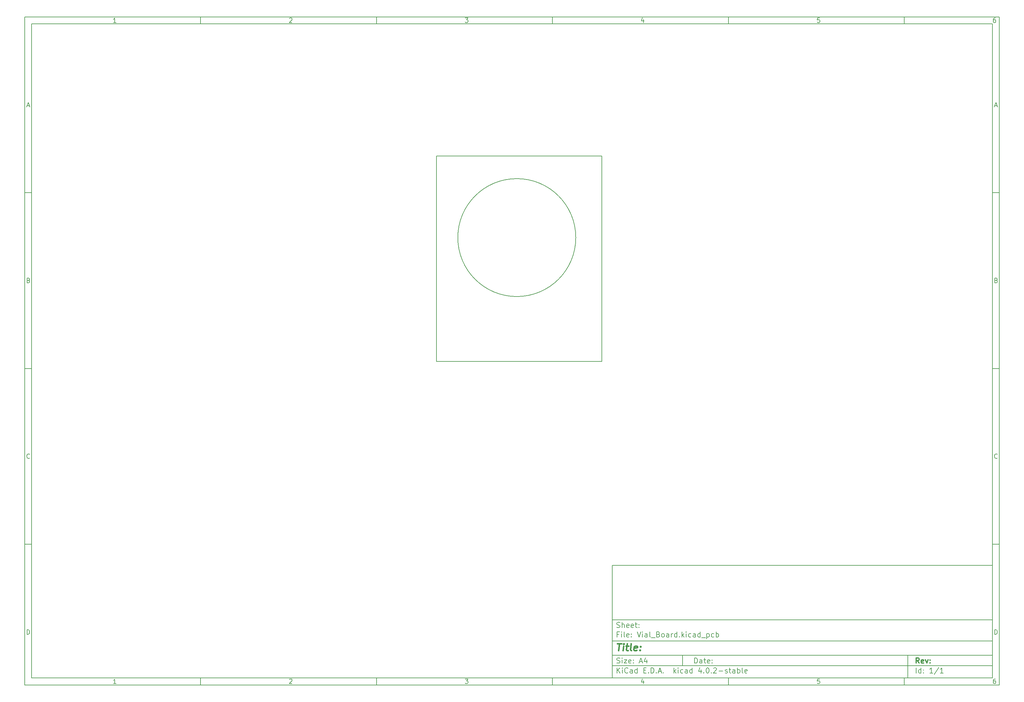
<source format=gbr>
G04 #@! TF.FileFunction,Paste,Top*
%FSLAX46Y46*%
G04 Gerber Fmt 4.6, Leading zero omitted, Abs format (unit mm)*
G04 Created by KiCad (PCBNEW 4.0.2-stable) date 9/14/2021 9:36:31 PM*
%MOMM*%
G01*
G04 APERTURE LIST*
%ADD10C,0.100000*%
%ADD11C,0.150000*%
%ADD12C,0.300000*%
%ADD13C,0.400000*%
G04 APERTURE END LIST*
D10*
D11*
X177002200Y-166007200D02*
X177002200Y-198007200D01*
X285002200Y-198007200D01*
X285002200Y-166007200D01*
X177002200Y-166007200D01*
D10*
D11*
X10000000Y-10000000D02*
X10000000Y-200007200D01*
X287002200Y-200007200D01*
X287002200Y-10000000D01*
X10000000Y-10000000D01*
D10*
D11*
X12000000Y-12000000D02*
X12000000Y-198007200D01*
X285002200Y-198007200D01*
X285002200Y-12000000D01*
X12000000Y-12000000D01*
D10*
D11*
X60000000Y-12000000D02*
X60000000Y-10000000D01*
D10*
D11*
X110000000Y-12000000D02*
X110000000Y-10000000D01*
D10*
D11*
X160000000Y-12000000D02*
X160000000Y-10000000D01*
D10*
D11*
X210000000Y-12000000D02*
X210000000Y-10000000D01*
D10*
D11*
X260000000Y-12000000D02*
X260000000Y-10000000D01*
D10*
D11*
X35990476Y-11588095D02*
X35247619Y-11588095D01*
X35619048Y-11588095D02*
X35619048Y-10288095D01*
X35495238Y-10473810D01*
X35371429Y-10597619D01*
X35247619Y-10659524D01*
D10*
D11*
X85247619Y-10411905D02*
X85309524Y-10350000D01*
X85433333Y-10288095D01*
X85742857Y-10288095D01*
X85866667Y-10350000D01*
X85928571Y-10411905D01*
X85990476Y-10535714D01*
X85990476Y-10659524D01*
X85928571Y-10845238D01*
X85185714Y-11588095D01*
X85990476Y-11588095D01*
D10*
D11*
X135185714Y-10288095D02*
X135990476Y-10288095D01*
X135557143Y-10783333D01*
X135742857Y-10783333D01*
X135866667Y-10845238D01*
X135928571Y-10907143D01*
X135990476Y-11030952D01*
X135990476Y-11340476D01*
X135928571Y-11464286D01*
X135866667Y-11526190D01*
X135742857Y-11588095D01*
X135371429Y-11588095D01*
X135247619Y-11526190D01*
X135185714Y-11464286D01*
D10*
D11*
X185866667Y-10721429D02*
X185866667Y-11588095D01*
X185557143Y-10226190D02*
X185247619Y-11154762D01*
X186052381Y-11154762D01*
D10*
D11*
X235928571Y-10288095D02*
X235309524Y-10288095D01*
X235247619Y-10907143D01*
X235309524Y-10845238D01*
X235433333Y-10783333D01*
X235742857Y-10783333D01*
X235866667Y-10845238D01*
X235928571Y-10907143D01*
X235990476Y-11030952D01*
X235990476Y-11340476D01*
X235928571Y-11464286D01*
X235866667Y-11526190D01*
X235742857Y-11588095D01*
X235433333Y-11588095D01*
X235309524Y-11526190D01*
X235247619Y-11464286D01*
D10*
D11*
X285866667Y-10288095D02*
X285619048Y-10288095D01*
X285495238Y-10350000D01*
X285433333Y-10411905D01*
X285309524Y-10597619D01*
X285247619Y-10845238D01*
X285247619Y-11340476D01*
X285309524Y-11464286D01*
X285371429Y-11526190D01*
X285495238Y-11588095D01*
X285742857Y-11588095D01*
X285866667Y-11526190D01*
X285928571Y-11464286D01*
X285990476Y-11340476D01*
X285990476Y-11030952D01*
X285928571Y-10907143D01*
X285866667Y-10845238D01*
X285742857Y-10783333D01*
X285495238Y-10783333D01*
X285371429Y-10845238D01*
X285309524Y-10907143D01*
X285247619Y-11030952D01*
D10*
D11*
X60000000Y-198007200D02*
X60000000Y-200007200D01*
D10*
D11*
X110000000Y-198007200D02*
X110000000Y-200007200D01*
D10*
D11*
X160000000Y-198007200D02*
X160000000Y-200007200D01*
D10*
D11*
X210000000Y-198007200D02*
X210000000Y-200007200D01*
D10*
D11*
X260000000Y-198007200D02*
X260000000Y-200007200D01*
D10*
D11*
X35990476Y-199595295D02*
X35247619Y-199595295D01*
X35619048Y-199595295D02*
X35619048Y-198295295D01*
X35495238Y-198481010D01*
X35371429Y-198604819D01*
X35247619Y-198666724D01*
D10*
D11*
X85247619Y-198419105D02*
X85309524Y-198357200D01*
X85433333Y-198295295D01*
X85742857Y-198295295D01*
X85866667Y-198357200D01*
X85928571Y-198419105D01*
X85990476Y-198542914D01*
X85990476Y-198666724D01*
X85928571Y-198852438D01*
X85185714Y-199595295D01*
X85990476Y-199595295D01*
D10*
D11*
X135185714Y-198295295D02*
X135990476Y-198295295D01*
X135557143Y-198790533D01*
X135742857Y-198790533D01*
X135866667Y-198852438D01*
X135928571Y-198914343D01*
X135990476Y-199038152D01*
X135990476Y-199347676D01*
X135928571Y-199471486D01*
X135866667Y-199533390D01*
X135742857Y-199595295D01*
X135371429Y-199595295D01*
X135247619Y-199533390D01*
X135185714Y-199471486D01*
D10*
D11*
X185866667Y-198728629D02*
X185866667Y-199595295D01*
X185557143Y-198233390D02*
X185247619Y-199161962D01*
X186052381Y-199161962D01*
D10*
D11*
X235928571Y-198295295D02*
X235309524Y-198295295D01*
X235247619Y-198914343D01*
X235309524Y-198852438D01*
X235433333Y-198790533D01*
X235742857Y-198790533D01*
X235866667Y-198852438D01*
X235928571Y-198914343D01*
X235990476Y-199038152D01*
X235990476Y-199347676D01*
X235928571Y-199471486D01*
X235866667Y-199533390D01*
X235742857Y-199595295D01*
X235433333Y-199595295D01*
X235309524Y-199533390D01*
X235247619Y-199471486D01*
D10*
D11*
X285866667Y-198295295D02*
X285619048Y-198295295D01*
X285495238Y-198357200D01*
X285433333Y-198419105D01*
X285309524Y-198604819D01*
X285247619Y-198852438D01*
X285247619Y-199347676D01*
X285309524Y-199471486D01*
X285371429Y-199533390D01*
X285495238Y-199595295D01*
X285742857Y-199595295D01*
X285866667Y-199533390D01*
X285928571Y-199471486D01*
X285990476Y-199347676D01*
X285990476Y-199038152D01*
X285928571Y-198914343D01*
X285866667Y-198852438D01*
X285742857Y-198790533D01*
X285495238Y-198790533D01*
X285371429Y-198852438D01*
X285309524Y-198914343D01*
X285247619Y-199038152D01*
D10*
D11*
X10000000Y-60000000D02*
X12000000Y-60000000D01*
D10*
D11*
X10000000Y-110000000D02*
X12000000Y-110000000D01*
D10*
D11*
X10000000Y-160000000D02*
X12000000Y-160000000D01*
D10*
D11*
X10690476Y-35216667D02*
X11309524Y-35216667D01*
X10566667Y-35588095D02*
X11000000Y-34288095D01*
X11433333Y-35588095D01*
D10*
D11*
X11092857Y-84907143D02*
X11278571Y-84969048D01*
X11340476Y-85030952D01*
X11402381Y-85154762D01*
X11402381Y-85340476D01*
X11340476Y-85464286D01*
X11278571Y-85526190D01*
X11154762Y-85588095D01*
X10659524Y-85588095D01*
X10659524Y-84288095D01*
X11092857Y-84288095D01*
X11216667Y-84350000D01*
X11278571Y-84411905D01*
X11340476Y-84535714D01*
X11340476Y-84659524D01*
X11278571Y-84783333D01*
X11216667Y-84845238D01*
X11092857Y-84907143D01*
X10659524Y-84907143D01*
D10*
D11*
X11402381Y-135464286D02*
X11340476Y-135526190D01*
X11154762Y-135588095D01*
X11030952Y-135588095D01*
X10845238Y-135526190D01*
X10721429Y-135402381D01*
X10659524Y-135278571D01*
X10597619Y-135030952D01*
X10597619Y-134845238D01*
X10659524Y-134597619D01*
X10721429Y-134473810D01*
X10845238Y-134350000D01*
X11030952Y-134288095D01*
X11154762Y-134288095D01*
X11340476Y-134350000D01*
X11402381Y-134411905D01*
D10*
D11*
X10659524Y-185588095D02*
X10659524Y-184288095D01*
X10969048Y-184288095D01*
X11154762Y-184350000D01*
X11278571Y-184473810D01*
X11340476Y-184597619D01*
X11402381Y-184845238D01*
X11402381Y-185030952D01*
X11340476Y-185278571D01*
X11278571Y-185402381D01*
X11154762Y-185526190D01*
X10969048Y-185588095D01*
X10659524Y-185588095D01*
D10*
D11*
X287002200Y-60000000D02*
X285002200Y-60000000D01*
D10*
D11*
X287002200Y-110000000D02*
X285002200Y-110000000D01*
D10*
D11*
X287002200Y-160000000D02*
X285002200Y-160000000D01*
D10*
D11*
X285692676Y-35216667D02*
X286311724Y-35216667D01*
X285568867Y-35588095D02*
X286002200Y-34288095D01*
X286435533Y-35588095D01*
D10*
D11*
X286095057Y-84907143D02*
X286280771Y-84969048D01*
X286342676Y-85030952D01*
X286404581Y-85154762D01*
X286404581Y-85340476D01*
X286342676Y-85464286D01*
X286280771Y-85526190D01*
X286156962Y-85588095D01*
X285661724Y-85588095D01*
X285661724Y-84288095D01*
X286095057Y-84288095D01*
X286218867Y-84350000D01*
X286280771Y-84411905D01*
X286342676Y-84535714D01*
X286342676Y-84659524D01*
X286280771Y-84783333D01*
X286218867Y-84845238D01*
X286095057Y-84907143D01*
X285661724Y-84907143D01*
D10*
D11*
X286404581Y-135464286D02*
X286342676Y-135526190D01*
X286156962Y-135588095D01*
X286033152Y-135588095D01*
X285847438Y-135526190D01*
X285723629Y-135402381D01*
X285661724Y-135278571D01*
X285599819Y-135030952D01*
X285599819Y-134845238D01*
X285661724Y-134597619D01*
X285723629Y-134473810D01*
X285847438Y-134350000D01*
X286033152Y-134288095D01*
X286156962Y-134288095D01*
X286342676Y-134350000D01*
X286404581Y-134411905D01*
D10*
D11*
X285661724Y-185588095D02*
X285661724Y-184288095D01*
X285971248Y-184288095D01*
X286156962Y-184350000D01*
X286280771Y-184473810D01*
X286342676Y-184597619D01*
X286404581Y-184845238D01*
X286404581Y-185030952D01*
X286342676Y-185278571D01*
X286280771Y-185402381D01*
X286156962Y-185526190D01*
X285971248Y-185588095D01*
X285661724Y-185588095D01*
D10*
D11*
X200359343Y-193785771D02*
X200359343Y-192285771D01*
X200716486Y-192285771D01*
X200930771Y-192357200D01*
X201073629Y-192500057D01*
X201145057Y-192642914D01*
X201216486Y-192928629D01*
X201216486Y-193142914D01*
X201145057Y-193428629D01*
X201073629Y-193571486D01*
X200930771Y-193714343D01*
X200716486Y-193785771D01*
X200359343Y-193785771D01*
X202502200Y-193785771D02*
X202502200Y-193000057D01*
X202430771Y-192857200D01*
X202287914Y-192785771D01*
X202002200Y-192785771D01*
X201859343Y-192857200D01*
X202502200Y-193714343D02*
X202359343Y-193785771D01*
X202002200Y-193785771D01*
X201859343Y-193714343D01*
X201787914Y-193571486D01*
X201787914Y-193428629D01*
X201859343Y-193285771D01*
X202002200Y-193214343D01*
X202359343Y-193214343D01*
X202502200Y-193142914D01*
X203002200Y-192785771D02*
X203573629Y-192785771D01*
X203216486Y-192285771D02*
X203216486Y-193571486D01*
X203287914Y-193714343D01*
X203430772Y-193785771D01*
X203573629Y-193785771D01*
X204645057Y-193714343D02*
X204502200Y-193785771D01*
X204216486Y-193785771D01*
X204073629Y-193714343D01*
X204002200Y-193571486D01*
X204002200Y-193000057D01*
X204073629Y-192857200D01*
X204216486Y-192785771D01*
X204502200Y-192785771D01*
X204645057Y-192857200D01*
X204716486Y-193000057D01*
X204716486Y-193142914D01*
X204002200Y-193285771D01*
X205359343Y-193642914D02*
X205430771Y-193714343D01*
X205359343Y-193785771D01*
X205287914Y-193714343D01*
X205359343Y-193642914D01*
X205359343Y-193785771D01*
X205359343Y-192857200D02*
X205430771Y-192928629D01*
X205359343Y-193000057D01*
X205287914Y-192928629D01*
X205359343Y-192857200D01*
X205359343Y-193000057D01*
D10*
D11*
X177002200Y-194507200D02*
X285002200Y-194507200D01*
D10*
D11*
X178359343Y-196585771D02*
X178359343Y-195085771D01*
X179216486Y-196585771D02*
X178573629Y-195728629D01*
X179216486Y-195085771D02*
X178359343Y-195942914D01*
X179859343Y-196585771D02*
X179859343Y-195585771D01*
X179859343Y-195085771D02*
X179787914Y-195157200D01*
X179859343Y-195228629D01*
X179930771Y-195157200D01*
X179859343Y-195085771D01*
X179859343Y-195228629D01*
X181430772Y-196442914D02*
X181359343Y-196514343D01*
X181145057Y-196585771D01*
X181002200Y-196585771D01*
X180787915Y-196514343D01*
X180645057Y-196371486D01*
X180573629Y-196228629D01*
X180502200Y-195942914D01*
X180502200Y-195728629D01*
X180573629Y-195442914D01*
X180645057Y-195300057D01*
X180787915Y-195157200D01*
X181002200Y-195085771D01*
X181145057Y-195085771D01*
X181359343Y-195157200D01*
X181430772Y-195228629D01*
X182716486Y-196585771D02*
X182716486Y-195800057D01*
X182645057Y-195657200D01*
X182502200Y-195585771D01*
X182216486Y-195585771D01*
X182073629Y-195657200D01*
X182716486Y-196514343D02*
X182573629Y-196585771D01*
X182216486Y-196585771D01*
X182073629Y-196514343D01*
X182002200Y-196371486D01*
X182002200Y-196228629D01*
X182073629Y-196085771D01*
X182216486Y-196014343D01*
X182573629Y-196014343D01*
X182716486Y-195942914D01*
X184073629Y-196585771D02*
X184073629Y-195085771D01*
X184073629Y-196514343D02*
X183930772Y-196585771D01*
X183645058Y-196585771D01*
X183502200Y-196514343D01*
X183430772Y-196442914D01*
X183359343Y-196300057D01*
X183359343Y-195871486D01*
X183430772Y-195728629D01*
X183502200Y-195657200D01*
X183645058Y-195585771D01*
X183930772Y-195585771D01*
X184073629Y-195657200D01*
X185930772Y-195800057D02*
X186430772Y-195800057D01*
X186645058Y-196585771D02*
X185930772Y-196585771D01*
X185930772Y-195085771D01*
X186645058Y-195085771D01*
X187287915Y-196442914D02*
X187359343Y-196514343D01*
X187287915Y-196585771D01*
X187216486Y-196514343D01*
X187287915Y-196442914D01*
X187287915Y-196585771D01*
X188002201Y-196585771D02*
X188002201Y-195085771D01*
X188359344Y-195085771D01*
X188573629Y-195157200D01*
X188716487Y-195300057D01*
X188787915Y-195442914D01*
X188859344Y-195728629D01*
X188859344Y-195942914D01*
X188787915Y-196228629D01*
X188716487Y-196371486D01*
X188573629Y-196514343D01*
X188359344Y-196585771D01*
X188002201Y-196585771D01*
X189502201Y-196442914D02*
X189573629Y-196514343D01*
X189502201Y-196585771D01*
X189430772Y-196514343D01*
X189502201Y-196442914D01*
X189502201Y-196585771D01*
X190145058Y-196157200D02*
X190859344Y-196157200D01*
X190002201Y-196585771D02*
X190502201Y-195085771D01*
X191002201Y-196585771D01*
X191502201Y-196442914D02*
X191573629Y-196514343D01*
X191502201Y-196585771D01*
X191430772Y-196514343D01*
X191502201Y-196442914D01*
X191502201Y-196585771D01*
X194502201Y-196585771D02*
X194502201Y-195085771D01*
X194645058Y-196014343D02*
X195073629Y-196585771D01*
X195073629Y-195585771D02*
X194502201Y-196157200D01*
X195716487Y-196585771D02*
X195716487Y-195585771D01*
X195716487Y-195085771D02*
X195645058Y-195157200D01*
X195716487Y-195228629D01*
X195787915Y-195157200D01*
X195716487Y-195085771D01*
X195716487Y-195228629D01*
X197073630Y-196514343D02*
X196930773Y-196585771D01*
X196645059Y-196585771D01*
X196502201Y-196514343D01*
X196430773Y-196442914D01*
X196359344Y-196300057D01*
X196359344Y-195871486D01*
X196430773Y-195728629D01*
X196502201Y-195657200D01*
X196645059Y-195585771D01*
X196930773Y-195585771D01*
X197073630Y-195657200D01*
X198359344Y-196585771D02*
X198359344Y-195800057D01*
X198287915Y-195657200D01*
X198145058Y-195585771D01*
X197859344Y-195585771D01*
X197716487Y-195657200D01*
X198359344Y-196514343D02*
X198216487Y-196585771D01*
X197859344Y-196585771D01*
X197716487Y-196514343D01*
X197645058Y-196371486D01*
X197645058Y-196228629D01*
X197716487Y-196085771D01*
X197859344Y-196014343D01*
X198216487Y-196014343D01*
X198359344Y-195942914D01*
X199716487Y-196585771D02*
X199716487Y-195085771D01*
X199716487Y-196514343D02*
X199573630Y-196585771D01*
X199287916Y-196585771D01*
X199145058Y-196514343D01*
X199073630Y-196442914D01*
X199002201Y-196300057D01*
X199002201Y-195871486D01*
X199073630Y-195728629D01*
X199145058Y-195657200D01*
X199287916Y-195585771D01*
X199573630Y-195585771D01*
X199716487Y-195657200D01*
X202216487Y-195585771D02*
X202216487Y-196585771D01*
X201859344Y-195014343D02*
X201502201Y-196085771D01*
X202430773Y-196085771D01*
X203002201Y-196442914D02*
X203073629Y-196514343D01*
X203002201Y-196585771D01*
X202930772Y-196514343D01*
X203002201Y-196442914D01*
X203002201Y-196585771D01*
X204002201Y-195085771D02*
X204145058Y-195085771D01*
X204287915Y-195157200D01*
X204359344Y-195228629D01*
X204430773Y-195371486D01*
X204502201Y-195657200D01*
X204502201Y-196014343D01*
X204430773Y-196300057D01*
X204359344Y-196442914D01*
X204287915Y-196514343D01*
X204145058Y-196585771D01*
X204002201Y-196585771D01*
X203859344Y-196514343D01*
X203787915Y-196442914D01*
X203716487Y-196300057D01*
X203645058Y-196014343D01*
X203645058Y-195657200D01*
X203716487Y-195371486D01*
X203787915Y-195228629D01*
X203859344Y-195157200D01*
X204002201Y-195085771D01*
X205145058Y-196442914D02*
X205216486Y-196514343D01*
X205145058Y-196585771D01*
X205073629Y-196514343D01*
X205145058Y-196442914D01*
X205145058Y-196585771D01*
X205787915Y-195228629D02*
X205859344Y-195157200D01*
X206002201Y-195085771D01*
X206359344Y-195085771D01*
X206502201Y-195157200D01*
X206573630Y-195228629D01*
X206645058Y-195371486D01*
X206645058Y-195514343D01*
X206573630Y-195728629D01*
X205716487Y-196585771D01*
X206645058Y-196585771D01*
X207287915Y-196014343D02*
X208430772Y-196014343D01*
X209073629Y-196514343D02*
X209216486Y-196585771D01*
X209502201Y-196585771D01*
X209645058Y-196514343D01*
X209716486Y-196371486D01*
X209716486Y-196300057D01*
X209645058Y-196157200D01*
X209502201Y-196085771D01*
X209287915Y-196085771D01*
X209145058Y-196014343D01*
X209073629Y-195871486D01*
X209073629Y-195800057D01*
X209145058Y-195657200D01*
X209287915Y-195585771D01*
X209502201Y-195585771D01*
X209645058Y-195657200D01*
X210145058Y-195585771D02*
X210716487Y-195585771D01*
X210359344Y-195085771D02*
X210359344Y-196371486D01*
X210430772Y-196514343D01*
X210573630Y-196585771D01*
X210716487Y-196585771D01*
X211859344Y-196585771D02*
X211859344Y-195800057D01*
X211787915Y-195657200D01*
X211645058Y-195585771D01*
X211359344Y-195585771D01*
X211216487Y-195657200D01*
X211859344Y-196514343D02*
X211716487Y-196585771D01*
X211359344Y-196585771D01*
X211216487Y-196514343D01*
X211145058Y-196371486D01*
X211145058Y-196228629D01*
X211216487Y-196085771D01*
X211359344Y-196014343D01*
X211716487Y-196014343D01*
X211859344Y-195942914D01*
X212573630Y-196585771D02*
X212573630Y-195085771D01*
X212573630Y-195657200D02*
X212716487Y-195585771D01*
X213002201Y-195585771D01*
X213145058Y-195657200D01*
X213216487Y-195728629D01*
X213287916Y-195871486D01*
X213287916Y-196300057D01*
X213216487Y-196442914D01*
X213145058Y-196514343D01*
X213002201Y-196585771D01*
X212716487Y-196585771D01*
X212573630Y-196514343D01*
X214145059Y-196585771D02*
X214002201Y-196514343D01*
X213930773Y-196371486D01*
X213930773Y-195085771D01*
X215287915Y-196514343D02*
X215145058Y-196585771D01*
X214859344Y-196585771D01*
X214716487Y-196514343D01*
X214645058Y-196371486D01*
X214645058Y-195800057D01*
X214716487Y-195657200D01*
X214859344Y-195585771D01*
X215145058Y-195585771D01*
X215287915Y-195657200D01*
X215359344Y-195800057D01*
X215359344Y-195942914D01*
X214645058Y-196085771D01*
D10*
D11*
X177002200Y-191507200D02*
X285002200Y-191507200D01*
D10*
D12*
X264216486Y-193785771D02*
X263716486Y-193071486D01*
X263359343Y-193785771D02*
X263359343Y-192285771D01*
X263930771Y-192285771D01*
X264073629Y-192357200D01*
X264145057Y-192428629D01*
X264216486Y-192571486D01*
X264216486Y-192785771D01*
X264145057Y-192928629D01*
X264073629Y-193000057D01*
X263930771Y-193071486D01*
X263359343Y-193071486D01*
X265430771Y-193714343D02*
X265287914Y-193785771D01*
X265002200Y-193785771D01*
X264859343Y-193714343D01*
X264787914Y-193571486D01*
X264787914Y-193000057D01*
X264859343Y-192857200D01*
X265002200Y-192785771D01*
X265287914Y-192785771D01*
X265430771Y-192857200D01*
X265502200Y-193000057D01*
X265502200Y-193142914D01*
X264787914Y-193285771D01*
X266002200Y-192785771D02*
X266359343Y-193785771D01*
X266716485Y-192785771D01*
X267287914Y-193642914D02*
X267359342Y-193714343D01*
X267287914Y-193785771D01*
X267216485Y-193714343D01*
X267287914Y-193642914D01*
X267287914Y-193785771D01*
X267287914Y-192857200D02*
X267359342Y-192928629D01*
X267287914Y-193000057D01*
X267216485Y-192928629D01*
X267287914Y-192857200D01*
X267287914Y-193000057D01*
D10*
D11*
X178287914Y-193714343D02*
X178502200Y-193785771D01*
X178859343Y-193785771D01*
X179002200Y-193714343D01*
X179073629Y-193642914D01*
X179145057Y-193500057D01*
X179145057Y-193357200D01*
X179073629Y-193214343D01*
X179002200Y-193142914D01*
X178859343Y-193071486D01*
X178573629Y-193000057D01*
X178430771Y-192928629D01*
X178359343Y-192857200D01*
X178287914Y-192714343D01*
X178287914Y-192571486D01*
X178359343Y-192428629D01*
X178430771Y-192357200D01*
X178573629Y-192285771D01*
X178930771Y-192285771D01*
X179145057Y-192357200D01*
X179787914Y-193785771D02*
X179787914Y-192785771D01*
X179787914Y-192285771D02*
X179716485Y-192357200D01*
X179787914Y-192428629D01*
X179859342Y-192357200D01*
X179787914Y-192285771D01*
X179787914Y-192428629D01*
X180359343Y-192785771D02*
X181145057Y-192785771D01*
X180359343Y-193785771D01*
X181145057Y-193785771D01*
X182287914Y-193714343D02*
X182145057Y-193785771D01*
X181859343Y-193785771D01*
X181716486Y-193714343D01*
X181645057Y-193571486D01*
X181645057Y-193000057D01*
X181716486Y-192857200D01*
X181859343Y-192785771D01*
X182145057Y-192785771D01*
X182287914Y-192857200D01*
X182359343Y-193000057D01*
X182359343Y-193142914D01*
X181645057Y-193285771D01*
X183002200Y-193642914D02*
X183073628Y-193714343D01*
X183002200Y-193785771D01*
X182930771Y-193714343D01*
X183002200Y-193642914D01*
X183002200Y-193785771D01*
X183002200Y-192857200D02*
X183073628Y-192928629D01*
X183002200Y-193000057D01*
X182930771Y-192928629D01*
X183002200Y-192857200D01*
X183002200Y-193000057D01*
X184787914Y-193357200D02*
X185502200Y-193357200D01*
X184645057Y-193785771D02*
X185145057Y-192285771D01*
X185645057Y-193785771D01*
X186787914Y-192785771D02*
X186787914Y-193785771D01*
X186430771Y-192214343D02*
X186073628Y-193285771D01*
X187002200Y-193285771D01*
D10*
D11*
X263359343Y-196585771D02*
X263359343Y-195085771D01*
X264716486Y-196585771D02*
X264716486Y-195085771D01*
X264716486Y-196514343D02*
X264573629Y-196585771D01*
X264287915Y-196585771D01*
X264145057Y-196514343D01*
X264073629Y-196442914D01*
X264002200Y-196300057D01*
X264002200Y-195871486D01*
X264073629Y-195728629D01*
X264145057Y-195657200D01*
X264287915Y-195585771D01*
X264573629Y-195585771D01*
X264716486Y-195657200D01*
X265430772Y-196442914D02*
X265502200Y-196514343D01*
X265430772Y-196585771D01*
X265359343Y-196514343D01*
X265430772Y-196442914D01*
X265430772Y-196585771D01*
X265430772Y-195657200D02*
X265502200Y-195728629D01*
X265430772Y-195800057D01*
X265359343Y-195728629D01*
X265430772Y-195657200D01*
X265430772Y-195800057D01*
X268073629Y-196585771D02*
X267216486Y-196585771D01*
X267645058Y-196585771D02*
X267645058Y-195085771D01*
X267502201Y-195300057D01*
X267359343Y-195442914D01*
X267216486Y-195514343D01*
X269787914Y-195014343D02*
X268502200Y-196942914D01*
X271073629Y-196585771D02*
X270216486Y-196585771D01*
X270645058Y-196585771D02*
X270645058Y-195085771D01*
X270502201Y-195300057D01*
X270359343Y-195442914D01*
X270216486Y-195514343D01*
D10*
D11*
X177002200Y-187507200D02*
X285002200Y-187507200D01*
D10*
D13*
X178454581Y-188211962D02*
X179597438Y-188211962D01*
X178776010Y-190211962D02*
X179026010Y-188211962D01*
X180014105Y-190211962D02*
X180180771Y-188878629D01*
X180264105Y-188211962D02*
X180156962Y-188307200D01*
X180240295Y-188402438D01*
X180347439Y-188307200D01*
X180264105Y-188211962D01*
X180240295Y-188402438D01*
X180847438Y-188878629D02*
X181609343Y-188878629D01*
X181216486Y-188211962D02*
X181002200Y-189926248D01*
X181073630Y-190116724D01*
X181252201Y-190211962D01*
X181442677Y-190211962D01*
X182395058Y-190211962D02*
X182216487Y-190116724D01*
X182145057Y-189926248D01*
X182359343Y-188211962D01*
X183930772Y-190116724D02*
X183728391Y-190211962D01*
X183347439Y-190211962D01*
X183168867Y-190116724D01*
X183097438Y-189926248D01*
X183192676Y-189164343D01*
X183311724Y-188973867D01*
X183514105Y-188878629D01*
X183895057Y-188878629D01*
X184073629Y-188973867D01*
X184145057Y-189164343D01*
X184121248Y-189354819D01*
X183145057Y-189545295D01*
X184895057Y-190021486D02*
X184978392Y-190116724D01*
X184871248Y-190211962D01*
X184787915Y-190116724D01*
X184895057Y-190021486D01*
X184871248Y-190211962D01*
X185026010Y-188973867D02*
X185109344Y-189069105D01*
X185002200Y-189164343D01*
X184918867Y-189069105D01*
X185026010Y-188973867D01*
X185002200Y-189164343D01*
D10*
D11*
X178859343Y-185600057D02*
X178359343Y-185600057D01*
X178359343Y-186385771D02*
X178359343Y-184885771D01*
X179073629Y-184885771D01*
X179645057Y-186385771D02*
X179645057Y-185385771D01*
X179645057Y-184885771D02*
X179573628Y-184957200D01*
X179645057Y-185028629D01*
X179716485Y-184957200D01*
X179645057Y-184885771D01*
X179645057Y-185028629D01*
X180573629Y-186385771D02*
X180430771Y-186314343D01*
X180359343Y-186171486D01*
X180359343Y-184885771D01*
X181716485Y-186314343D02*
X181573628Y-186385771D01*
X181287914Y-186385771D01*
X181145057Y-186314343D01*
X181073628Y-186171486D01*
X181073628Y-185600057D01*
X181145057Y-185457200D01*
X181287914Y-185385771D01*
X181573628Y-185385771D01*
X181716485Y-185457200D01*
X181787914Y-185600057D01*
X181787914Y-185742914D01*
X181073628Y-185885771D01*
X182430771Y-186242914D02*
X182502199Y-186314343D01*
X182430771Y-186385771D01*
X182359342Y-186314343D01*
X182430771Y-186242914D01*
X182430771Y-186385771D01*
X182430771Y-185457200D02*
X182502199Y-185528629D01*
X182430771Y-185600057D01*
X182359342Y-185528629D01*
X182430771Y-185457200D01*
X182430771Y-185600057D01*
X184073628Y-184885771D02*
X184573628Y-186385771D01*
X185073628Y-184885771D01*
X185573628Y-186385771D02*
X185573628Y-185385771D01*
X185573628Y-184885771D02*
X185502199Y-184957200D01*
X185573628Y-185028629D01*
X185645056Y-184957200D01*
X185573628Y-184885771D01*
X185573628Y-185028629D01*
X186930771Y-186385771D02*
X186930771Y-185600057D01*
X186859342Y-185457200D01*
X186716485Y-185385771D01*
X186430771Y-185385771D01*
X186287914Y-185457200D01*
X186930771Y-186314343D02*
X186787914Y-186385771D01*
X186430771Y-186385771D01*
X186287914Y-186314343D01*
X186216485Y-186171486D01*
X186216485Y-186028629D01*
X186287914Y-185885771D01*
X186430771Y-185814343D01*
X186787914Y-185814343D01*
X186930771Y-185742914D01*
X187859343Y-186385771D02*
X187716485Y-186314343D01*
X187645057Y-186171486D01*
X187645057Y-184885771D01*
X188073628Y-186528629D02*
X189216485Y-186528629D01*
X190073628Y-185600057D02*
X190287914Y-185671486D01*
X190359342Y-185742914D01*
X190430771Y-185885771D01*
X190430771Y-186100057D01*
X190359342Y-186242914D01*
X190287914Y-186314343D01*
X190145056Y-186385771D01*
X189573628Y-186385771D01*
X189573628Y-184885771D01*
X190073628Y-184885771D01*
X190216485Y-184957200D01*
X190287914Y-185028629D01*
X190359342Y-185171486D01*
X190359342Y-185314343D01*
X190287914Y-185457200D01*
X190216485Y-185528629D01*
X190073628Y-185600057D01*
X189573628Y-185600057D01*
X191287914Y-186385771D02*
X191145056Y-186314343D01*
X191073628Y-186242914D01*
X191002199Y-186100057D01*
X191002199Y-185671486D01*
X191073628Y-185528629D01*
X191145056Y-185457200D01*
X191287914Y-185385771D01*
X191502199Y-185385771D01*
X191645056Y-185457200D01*
X191716485Y-185528629D01*
X191787914Y-185671486D01*
X191787914Y-186100057D01*
X191716485Y-186242914D01*
X191645056Y-186314343D01*
X191502199Y-186385771D01*
X191287914Y-186385771D01*
X193073628Y-186385771D02*
X193073628Y-185600057D01*
X193002199Y-185457200D01*
X192859342Y-185385771D01*
X192573628Y-185385771D01*
X192430771Y-185457200D01*
X193073628Y-186314343D02*
X192930771Y-186385771D01*
X192573628Y-186385771D01*
X192430771Y-186314343D01*
X192359342Y-186171486D01*
X192359342Y-186028629D01*
X192430771Y-185885771D01*
X192573628Y-185814343D01*
X192930771Y-185814343D01*
X193073628Y-185742914D01*
X193787914Y-186385771D02*
X193787914Y-185385771D01*
X193787914Y-185671486D02*
X193859342Y-185528629D01*
X193930771Y-185457200D01*
X194073628Y-185385771D01*
X194216485Y-185385771D01*
X195359342Y-186385771D02*
X195359342Y-184885771D01*
X195359342Y-186314343D02*
X195216485Y-186385771D01*
X194930771Y-186385771D01*
X194787913Y-186314343D01*
X194716485Y-186242914D01*
X194645056Y-186100057D01*
X194645056Y-185671486D01*
X194716485Y-185528629D01*
X194787913Y-185457200D01*
X194930771Y-185385771D01*
X195216485Y-185385771D01*
X195359342Y-185457200D01*
X196073628Y-186242914D02*
X196145056Y-186314343D01*
X196073628Y-186385771D01*
X196002199Y-186314343D01*
X196073628Y-186242914D01*
X196073628Y-186385771D01*
X196787914Y-186385771D02*
X196787914Y-184885771D01*
X196930771Y-185814343D02*
X197359342Y-186385771D01*
X197359342Y-185385771D02*
X196787914Y-185957200D01*
X198002200Y-186385771D02*
X198002200Y-185385771D01*
X198002200Y-184885771D02*
X197930771Y-184957200D01*
X198002200Y-185028629D01*
X198073628Y-184957200D01*
X198002200Y-184885771D01*
X198002200Y-185028629D01*
X199359343Y-186314343D02*
X199216486Y-186385771D01*
X198930772Y-186385771D01*
X198787914Y-186314343D01*
X198716486Y-186242914D01*
X198645057Y-186100057D01*
X198645057Y-185671486D01*
X198716486Y-185528629D01*
X198787914Y-185457200D01*
X198930772Y-185385771D01*
X199216486Y-185385771D01*
X199359343Y-185457200D01*
X200645057Y-186385771D02*
X200645057Y-185600057D01*
X200573628Y-185457200D01*
X200430771Y-185385771D01*
X200145057Y-185385771D01*
X200002200Y-185457200D01*
X200645057Y-186314343D02*
X200502200Y-186385771D01*
X200145057Y-186385771D01*
X200002200Y-186314343D01*
X199930771Y-186171486D01*
X199930771Y-186028629D01*
X200002200Y-185885771D01*
X200145057Y-185814343D01*
X200502200Y-185814343D01*
X200645057Y-185742914D01*
X202002200Y-186385771D02*
X202002200Y-184885771D01*
X202002200Y-186314343D02*
X201859343Y-186385771D01*
X201573629Y-186385771D01*
X201430771Y-186314343D01*
X201359343Y-186242914D01*
X201287914Y-186100057D01*
X201287914Y-185671486D01*
X201359343Y-185528629D01*
X201430771Y-185457200D01*
X201573629Y-185385771D01*
X201859343Y-185385771D01*
X202002200Y-185457200D01*
X202359343Y-186528629D02*
X203502200Y-186528629D01*
X203859343Y-185385771D02*
X203859343Y-186885771D01*
X203859343Y-185457200D02*
X204002200Y-185385771D01*
X204287914Y-185385771D01*
X204430771Y-185457200D01*
X204502200Y-185528629D01*
X204573629Y-185671486D01*
X204573629Y-186100057D01*
X204502200Y-186242914D01*
X204430771Y-186314343D01*
X204287914Y-186385771D01*
X204002200Y-186385771D01*
X203859343Y-186314343D01*
X205859343Y-186314343D02*
X205716486Y-186385771D01*
X205430772Y-186385771D01*
X205287914Y-186314343D01*
X205216486Y-186242914D01*
X205145057Y-186100057D01*
X205145057Y-185671486D01*
X205216486Y-185528629D01*
X205287914Y-185457200D01*
X205430772Y-185385771D01*
X205716486Y-185385771D01*
X205859343Y-185457200D01*
X206502200Y-186385771D02*
X206502200Y-184885771D01*
X206502200Y-185457200D02*
X206645057Y-185385771D01*
X206930771Y-185385771D01*
X207073628Y-185457200D01*
X207145057Y-185528629D01*
X207216486Y-185671486D01*
X207216486Y-186100057D01*
X207145057Y-186242914D01*
X207073628Y-186314343D01*
X206930771Y-186385771D01*
X206645057Y-186385771D01*
X206502200Y-186314343D01*
D10*
D11*
X177002200Y-181507200D02*
X285002200Y-181507200D01*
D10*
D11*
X178287914Y-183614343D02*
X178502200Y-183685771D01*
X178859343Y-183685771D01*
X179002200Y-183614343D01*
X179073629Y-183542914D01*
X179145057Y-183400057D01*
X179145057Y-183257200D01*
X179073629Y-183114343D01*
X179002200Y-183042914D01*
X178859343Y-182971486D01*
X178573629Y-182900057D01*
X178430771Y-182828629D01*
X178359343Y-182757200D01*
X178287914Y-182614343D01*
X178287914Y-182471486D01*
X178359343Y-182328629D01*
X178430771Y-182257200D01*
X178573629Y-182185771D01*
X178930771Y-182185771D01*
X179145057Y-182257200D01*
X179787914Y-183685771D02*
X179787914Y-182185771D01*
X180430771Y-183685771D02*
X180430771Y-182900057D01*
X180359342Y-182757200D01*
X180216485Y-182685771D01*
X180002200Y-182685771D01*
X179859342Y-182757200D01*
X179787914Y-182828629D01*
X181716485Y-183614343D02*
X181573628Y-183685771D01*
X181287914Y-183685771D01*
X181145057Y-183614343D01*
X181073628Y-183471486D01*
X181073628Y-182900057D01*
X181145057Y-182757200D01*
X181287914Y-182685771D01*
X181573628Y-182685771D01*
X181716485Y-182757200D01*
X181787914Y-182900057D01*
X181787914Y-183042914D01*
X181073628Y-183185771D01*
X183002199Y-183614343D02*
X182859342Y-183685771D01*
X182573628Y-183685771D01*
X182430771Y-183614343D01*
X182359342Y-183471486D01*
X182359342Y-182900057D01*
X182430771Y-182757200D01*
X182573628Y-182685771D01*
X182859342Y-182685771D01*
X183002199Y-182757200D01*
X183073628Y-182900057D01*
X183073628Y-183042914D01*
X182359342Y-183185771D01*
X183502199Y-182685771D02*
X184073628Y-182685771D01*
X183716485Y-182185771D02*
X183716485Y-183471486D01*
X183787913Y-183614343D01*
X183930771Y-183685771D01*
X184073628Y-183685771D01*
X184573628Y-183542914D02*
X184645056Y-183614343D01*
X184573628Y-183685771D01*
X184502199Y-183614343D01*
X184573628Y-183542914D01*
X184573628Y-183685771D01*
X184573628Y-182757200D02*
X184645056Y-182828629D01*
X184573628Y-182900057D01*
X184502199Y-182828629D01*
X184573628Y-182757200D01*
X184573628Y-182900057D01*
D10*
D11*
X197002200Y-191507200D02*
X197002200Y-194507200D01*
D10*
D11*
X261002200Y-191507200D02*
X261002200Y-198007200D01*
X166624000Y-72760840D02*
G75*
G03X166624000Y-72760840I-16764000J0D01*
G01*
X127000000Y-107950000D02*
X173990000Y-107950000D01*
X127000000Y-49530000D02*
X173990000Y-49530000D01*
X173990000Y-49530000D02*
X173990000Y-107950000D01*
X127000000Y-49530000D02*
X127000000Y-107950000D01*
M02*

</source>
